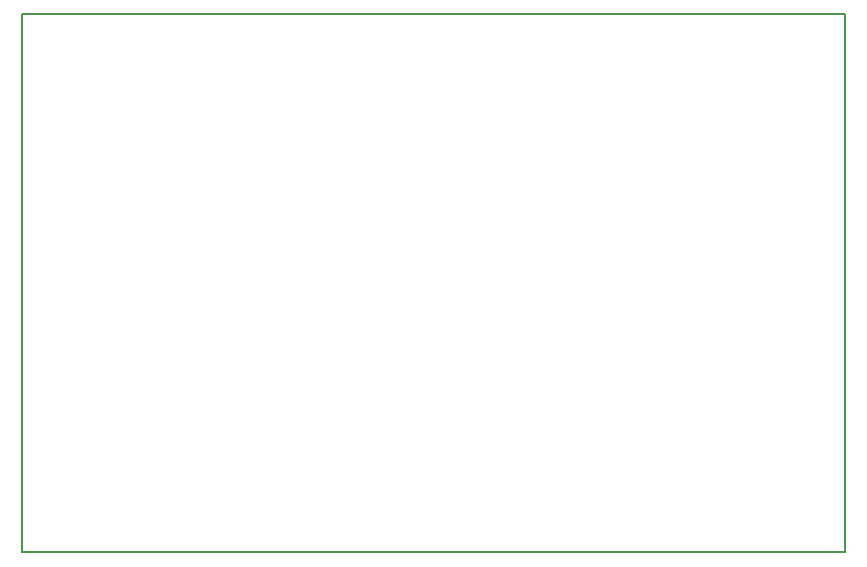
<source format=gm1>
G04 MADE WITH FRITZING*
G04 WWW.FRITZING.ORG*
G04 DOUBLE SIDED*
G04 HOLES PLATED*
G04 CONTOUR ON CENTER OF CONTOUR VECTOR*
%ASAXBY*%
%FSLAX23Y23*%
%MOIN*%
%OFA0B0*%
%SFA1.0B1.0*%
%ADD10R,2.753000X1.801880*%
%ADD11C,0.008000*%
%ADD10C,0.008*%
%LNCONTOUR*%
G90*
G70*
G54D10*
G54D11*
X4Y1798D02*
X2749Y1798D01*
X2749Y4D01*
X4Y4D01*
X4Y1798D01*
D02*
G04 End of contour*
M02*
</source>
